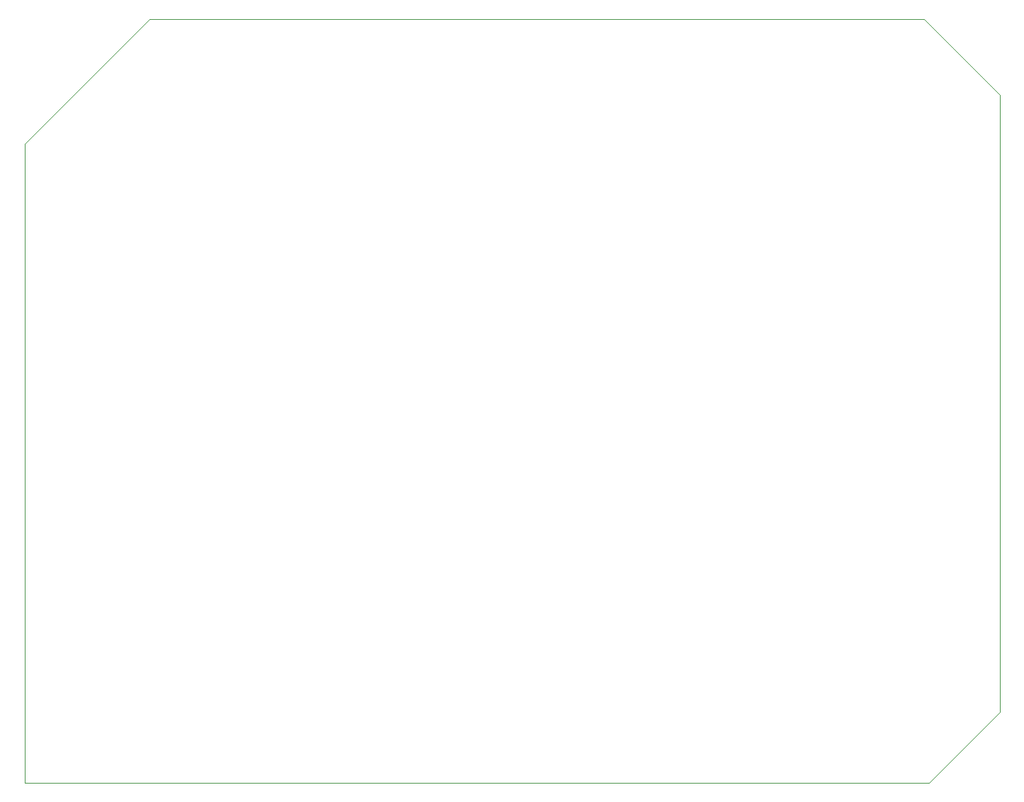
<source format=gbr>
%TF.GenerationSoftware,Altium Limited,Altium Designer,19.1.8 (144)*%
G04 Layer_Color=0*
%FSLAX25Y25*%
%MOIN*%
%TF.FileFunction,Profile,NP*%
%TF.Part,Single*%
G01*
G75*
%TA.AperFunction,Profile*%
%ADD80C,0.00100*%
D80*
X425429Y70D02*
X-0Y2D01*
X0Y300771D01*
X58757Y359409D01*
X423026D01*
X458818Y323617D01*
Y33459D01*
X425429Y70D01*
%TF.MD5,1edc33d27f8fcd7ebc8aa93a6327298d*%
M02*

</source>
